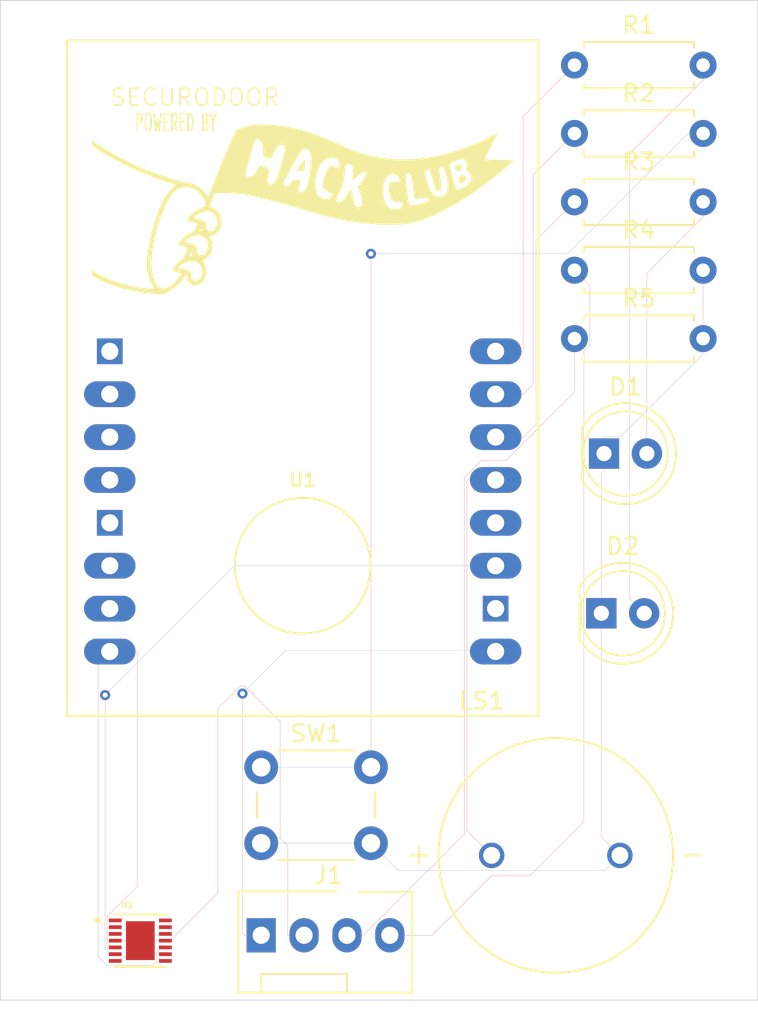
<source format=kicad_pcb>
(kicad_pcb (version 20241229) (generator "pcbnew") (generator_version "9.0")
  (layers (0 "F.Cu" signal) (2 "B.Cu" signal) (13 "F.Paste" user) (15 "B.Paste" user) (5 "F.SilkS" user "F.Silkscreen") (7 "B.SilkS" user "B.Silkscreen") (1 "F.Mask" user) (3 "B.Mask" user) (25 "Edge.Cuts" user))
  (net 0 "")
  (net 1 "GND")
  (net 2 "Net-(D1-A)")
  (net 3 "Net-(D2-A)")
  (net 4 "VCC")
  (net 5 "CC2")
  (net 6 "CC1")
  (net 7 "Net-(U1-GPIO15)")
  (net 8 "Net-(U1-GPIO4)")
  (net 9 "Net-(U1-GPIO2)")
  (net 10 "Net-(R2-Pad2)")
  (net 11 "Net-(U1-GPIO14)")
  (net 17 "Net-(U1-GPIO12)")
  (net 18 "Net-(U1-3V3)")
  (footprint "Resistor_THT:R_Axial_DIN0207_L6.3mm_D2.5mm_P7.62mm_Horizontal" (layer "F.Cu") (at 137.08 92.65)
    (property "Reference" "R4" (at 3.81 -2.37 0) (layer "F.SilkS"))
    (property "Value" "5.1k")
    (fp_line (start 0.54 -1.37) (end 7.08 -1.37) (stroke (width 0.12)) (layer "F.SilkS"))
    (fp_line (start 0.54 -1.04) (end 0.54 -1.37) (stroke (width 0.12)) (layer "F.SilkS"))
    (fp_line (start 0.54 1.04) (end 0.54 1.37) (stroke (width 0.12)) (layer "F.SilkS"))
    (fp_line (start 0.54 1.37) (end 7.08 1.37) (stroke (width 0.12)) (layer "F.SilkS"))
    (fp_line (start 7.08 -1.37) (end 7.08 -1.04) (stroke (width 0.12)) (layer "F.SilkS"))
    (fp_line (start 7.08 1.37) (end 7.08 1.04) (stroke (width 0.12)) (layer "F.SilkS"))
    (pad "1" thru_hole circle (at 0 0) (size 1.6 1.6) (drill 0.8) (layers "*.Cu" "*.Mask") (net 5 "CC2"))
    (pad "2" thru_hole oval (at 7.62 0) (size 1.6 1.6) (drill 0.8) (layers "*.Cu" "*.Mask") (net 1 "GND"))
  )
  (footprint "Connector:FanPinHeader_1x04_P2.54mm_Vertical" (layer "F.Cu") (at 118.52 132.04)
    (property "Reference" "J1" (at 4 -3.55 0) (layer "F.SilkS"))
    (property "Value" "USB-C Breakout Board")
    (fp_line (start -1.35 -2.6) (end 4.4 -2.6) (stroke (width 0.12)) (layer "F.SilkS"))
    (fp_line (start -1.35 3.4) (end -1.35 -2.6) (stroke (width 0.12)) (layer "F.SilkS"))
    (fp_line (start 0 2.29) (end 5.08 2.29) (stroke (width 0.12)) (layer "F.SilkS"))
    (fp_line (start 0 3.3) (end 0 2.29) (stroke (width 0.12)) (layer "F.SilkS"))
    (fp_line (start 5.08 2.29) (end 5.08 3.3) (stroke (width 0.12)) (layer "F.SilkS"))
    (fp_line (start 5.75 -2.55) (end 8.95 -2.55) (stroke (width 0.12)) (layer "F.SilkS"))
    (fp_line (start 8.95 -2.55) (end 8.95 3.4) (stroke (width 0.12)) (layer "F.SilkS"))
    (fp_line (start 8.95 3.4) (end -1.35 3.4) (stroke (width 0.12)) (layer "F.SilkS"))
    (pad "" np_thru_hole circle (at 5.08 -2.16 90) (size 1.1 1.1) (drill 1.1) (layers "*.Cu" "*.Mask"))
    (pad "1" thru_hole rect (at 0 0 90) (size 2.03 1.73) (drill 1.02) (layers "*.Cu" "*.Mask") (net 4 "VCC"))
    (pad "2" thru_hole oval (at 2.54 0 90) (size 2.03 1.73) (drill 1.02) (layers "*.Cu" "*.Mask") (net 1 "GND"))
    (pad "3" thru_hole oval (at 5.08 0 90) (size 2.03 1.73) (drill 1.02) (layers "*.Cu" "*.Mask") (net 6 "CC1"))
    (pad "4" thru_hole oval (at 7.62 0 90) (size 2.03 1.73) (drill 1.02) (layers "*.Cu" "*.Mask") (net 5 "CC2"))
  )
  (footprint "MAX9814ETD_T:SON40P300X300X80-15N" (layer "F.Cu") (at 111.3575 132.36)
    (property "Reference" "U2" (at -0.784 -2.1032 0) (layer "F.SilkS") (effects (font (size 0.32 0.32))))
    (property "Value" "MAX9814")
    (fp_line (start -1.55 -1.55) (end 1.55 -1.55) (stroke (width 0.127)) (layer "F.SilkS"))
    (fp_line (start -1.55 1.55) (end 1.55 1.55) (stroke (width 0.127)) (layer "F.SilkS"))
    (fp_circle (center -2.5 -1.2) (end -2.4 -1.2) (stroke (width 0.2)) (fill no) (layer "F.SilkS"))
    (pad "1" smd roundrect (at -1.485 -1.2) (size 0.76 0.22) (layers "F.Cu" "F.Mask" "F.Paste") (roundrect_rratio 0.125))
    (pad "2" smd roundrect (at -1.485 -0.8) (size 0.76 0.22) (layers "F.Cu" "F.Mask" "F.Paste") (roundrect_rratio 0.125))
    (pad "3" smd roundrect (at -1.485 -0.4) (size 0.76 0.22) (layers "F.Cu" "F.Mask" "F.Paste") (roundrect_rratio 0.125))
    (pad "4" smd roundrect (at -1.485 0) (size 0.76 0.22) (layers "F.Cu" "F.Mask" "F.Paste") (roundrect_rratio 0.125) (net 1 "GND"))
    (pad "5" smd roundrect (at -1.485 0.4) (size 0.76 0.22) (layers "F.Cu" "F.Mask" "F.Paste") (roundrect_rratio 0.125) (net 18 "Net-(U1-3V3)"))
    (pad "6" smd roundrect (at -1.485 0.8) (size 0.76 0.22) (layers "F.Cu" "F.Mask" "F.Paste") (roundrect_rratio 0.125) (net 17 "Net-(U1-GPIO12)"))
    (pad "7" smd roundrect (at -1.485 1.2) (size 0.76 0.22) (layers "F.Cu" "F.Mask" "F.Paste") (roundrect_rratio 0.125) (net 1 "GND"))
    (pad "8" smd roundrect (at 1.485 1.2) (size 0.76 0.22) (layers "F.Cu" "F.Mask" "F.Paste") (roundrect_rratio 0.125))
    (pad "9" smd roundrect (at 1.485 0.8) (size 0.76 0.22) (layers "F.Cu" "F.Mask" "F.Paste") (roundrect_rratio 0.125))
    (pad "10" smd roundrect (at 1.485 0.4) (size 0.76 0.22) (layers "F.Cu" "F.Mask" "F.Paste") (roundrect_rratio 0.125) (net 18 "Net-(U1-3V3)"))
    (pad "11" smd roundrect (at 1.485 0) (size 0.76 0.22) (layers "F.Cu" "F.Mask" "F.Paste") (roundrect_rratio 0.125) (net 1 "GND"))
    (pad "12" smd roundrect (at 1.485 -0.4) (size 0.76 0.22) (layers "F.Cu" "F.Mask" "F.Paste") (roundrect_rratio 0.125))
    (pad "13" smd roundrect (at 1.485 -0.8) (size 0.76 0.22) (layers "F.Cu" "F.Mask" "F.Paste") (roundrect_rratio 0.125))
    (pad "14" smd roundrect (at 1.485 -1.2) (size 0.76 0.22) (layers "F.Cu" "F.Mask" "F.Paste") (roundrect_rratio 0.125))
    (pad "15" smd rect (at 0 0) (size 1.7 2.3) (layers "F.Cu" "F.Mask") (net 1 "GND"))
  )
  (footprint "Resistor_THT:R_Axial_DIN0207_L6.3mm_D2.5mm_P7.62mm_Horizontal" (layer "F.Cu") (at 137.08 80.5)
    (property "Reference" "R1" (at 3.81 -2.37 0) (layer "F.SilkS"))
    (property "Value" "1k")
    (fp_line (start 0.54 -1.37) (end 7.08 -1.37) (stroke (width 0.12)) (layer "F.SilkS"))
    (fp_line (start 0.54 -1.04) (end 0.54 -1.37) (stroke (width 0.12)) (layer "F.SilkS"))
    (fp_line (start 0.54 1.04) (end 0.54 1.37) (stroke (width 0.12)) (layer "F.SilkS"))
    (fp_line (start 0.54 1.37) (end 7.08 1.37) (stroke (width 0.12)) (layer "F.SilkS"))
    (fp_line (start 7.08 -1.37) (end 7.08 -1.04) (stroke (width 0.12)) (layer "F.SilkS"))
    (fp_line (start 7.08 1.37) (end 7.08 1.04) (stroke (width 0.12)) (layer "F.SilkS"))
    (pad "1" thru_hole circle (at 0 0) (size 1.6 1.6) (drill 0.8) (layers "*.Cu" "*.Mask") (net 8 "Net-(U1-GPIO4)"))
    (pad "2" thru_hole oval (at 7.62 0) (size 1.6 1.6) (drill 0.8) (layers "*.Cu" "*.Mask") (net 3 "Net-(D2-A)"))
  )
  (footprint "LED_THT:LED_D5.0mm" (layer "F.Cu") (at 138.67 112.97)
    (property "Reference" "D2" (at 1.27 -3.96 0) (layer "F.SilkS"))
    (property "Value" "Blue")
    (fp_line (start -1.29 -1.545) (end -1.29 1.545) (stroke (width 0.12)) (layer "F.SilkS"))
    (fp_arc (start -1.29 -1.54483) (mid 2.071756 -2.880501) (end 4.26 -0.000048) (stroke (width 0.12)) (layer "F.SilkS"))
    (fp_arc (start 4.26 0.000048) (mid 2.071756 2.880501) (end -1.29 1.54483) (stroke (width 0.12)) (layer "F.SilkS"))
    (fp_circle (center 1.27 0) (end 3.77 0) (stroke (width 0.12)) (fill no) (layer "F.SilkS"))
    (pad "1" thru_hole rect (at 0 0) (size 1.8 1.8) (drill 0.9) (layers "*.Cu" "*.Mask") (net 1 "GND"))
    (pad "2" thru_hole circle (at 2.54 0) (size 1.8 1.8) (drill 0.9) (layers "*.Cu" "*.Mask") (net 3 "Net-(D2-A)"))
  )
  (footprint "Resistor_THT:R_Axial_DIN0207_L6.3mm_D2.5mm_P7.62mm_Horizontal" (layer "F.Cu") (at 137.08 84.55)
    (property "Reference" "R2" (at 3.81 -2.37 0) (layer "F.SilkS"))
    (property "Value" "10k")
    (fp_line (start 0.54 -1.37) (end 7.08 -1.37) (stroke (width 0.12)) (layer "F.SilkS"))
    (fp_line (start 0.54 -1.04) (end 0.54 -1.37) (stroke (width 0.12)) (layer "F.SilkS"))
    (fp_line (start 0.54 1.04) (end 0.54 1.37) (stroke (width 0.12)) (layer "F.SilkS"))
    (fp_line (start 0.54 1.37) (end 7.08 1.37) (stroke (width 0.12)) (layer "F.SilkS"))
    (fp_line (start 7.08 -1.37) (end 7.08 -1.04) (stroke (width 0.12)) (layer "F.SilkS"))
    (fp_line (start 7.08 1.37) (end 7.08 1.04) (stroke (width 0.12)) (layer "F.SilkS"))
    (pad "1" thru_hole circle (at 0 0) (size 1.6 1.6) (drill 0.8) (layers "*.Cu" "*.Mask") (net 9 "Net-(U1-GPIO2)"))
    (pad "2" thru_hole oval (at 7.62 0) (size 1.6 1.6) (drill 0.8) (layers "*.Cu" "*.Mask") (net 10 "Net-(R2-Pad2)"))
  )
  (footprint "Resistor_THT:R_Axial_DIN0207_L6.3mm_D2.5mm_P7.62mm_Horizontal" (layer "F.Cu") (at 137.08 96.7)
    (property "Reference" "R5" (at 3.81 -2.37 0) (layer "F.SilkS"))
    (property "Value" "5.1k")
    (fp_line (start 0.54 -1.37) (end 7.08 -1.37) (stroke (width 0.12)) (layer "F.SilkS"))
    (fp_line (start 0.54 -1.04) (end 0.54 -1.37) (stroke (width 0.12)) (layer "F.SilkS"))
    (fp_line (start 0.54 1.04) (end 0.54 1.37) (stroke (width 0.12)) (layer "F.SilkS"))
    (fp_line (start 0.54 1.37) (end 7.08 1.37) (stroke (width 0.12)) (layer "F.SilkS"))
    (fp_line (start 7.08 -1.37) (end 7.08 -1.04) (stroke (width 0.12)) (layer "F.SilkS"))
    (fp_line (start 7.08 1.37) (end 7.08 1.04) (stroke (width 0.12)) (layer "F.SilkS"))
    (pad "1" thru_hole circle (at 0 0) (size 1.6 1.6) (drill 0.8) (layers "*.Cu" "*.Mask") (net 6 "CC1"))
    (pad "2" thru_hole oval (at 7.62 0) (size 1.6 1.6) (drill 0.8) (layers "*.Cu" "*.Mask") (net 1 "GND"))
  )
  (footprint "Button_Switch_THT:SW_PUSH_6mm_H13mm" (layer "F.Cu") (at 118.52 122.09)
    (property "Reference" "SW1" (at 3.25 -2 0) (layer "F.SilkS"))
    (property "Value" "SW_Push")
    (fp_line (start -0.25 1.5) (end -0.25 3) (stroke (width 0.12)) (layer "F.SilkS"))
    (fp_line (start 1 5.5) (end 5.5 5.5) (stroke (width 0.12)) (layer "F.SilkS"))
    (fp_line (start 5.5 -1) (end 1 -1) (stroke (width 0.12)) (layer "F.SilkS"))
    (fp_line (start 6.75 3) (end 6.75 1.5) (stroke (width 0.12)) (layer "F.SilkS"))
    (pad "1" thru_hole circle (at 0 0 90) (size 2 2) (drill 1.1) (layers "*.Cu" "*.Mask") (net 10 "Net-(R2-Pad2)"))
    (pad "1" thru_hole circle (at 6.5 0 90) (size 2 2) (drill 1.1) (layers "*.Cu" "*.Mask") (net 10 "Net-(R2-Pad2)"))
    (pad "2" thru_hole circle (at 0 4.5 90) (size 2 2) (drill 1.1) (layers "*.Cu" "*.Mask") (net 1 "GND"))
    (pad "2" thru_hole circle (at 6.5 4.5 90) (size 2 2) (drill 1.1) (layers "*.Cu" "*.Mask") (net 1 "GND"))
  )
  (footprint "ESP32-CAM:ESP32-CAM" (layer "F.Cu") (at 120.9785 105.0735)
    (property "Reference" "U1" (at 0 0 0) (layer "F.SilkS") (effects (font (size 0.787402 0.787402))))
    (property "Value" "ESP32-CAM")
    (fp_line (start -13.97 -26.035) (end -13.97 13.97) (stroke (width 0.127)) (layer "F.SilkS"))
    (fp_line (start -13.97 13.97) (end 13.97 13.97) (stroke (width 0.127)) (layer "F.SilkS"))
    (fp_line (start 13.97 -26.035) (end -13.97 -26.035) (stroke (width 0.127)) (layer "F.SilkS"))
    (fp_line (start 13.97 13.97) (end 13.97 -26.035) (stroke (width 0.127)) (layer "F.SilkS"))
    (fp_circle (center 0 5.08) (end 4.01609 5.08) (stroke (width 0.127)) (fill no) (layer "F.SilkS"))
    (pad "P$1" thru_hole rect (at -11.43 -7.62) (size 1.524 1.524) (drill 1.016) (layers "*.Cu" "*.Mask"))
    (pad "P$2" thru_hole oval (at -11.43 -5.08) (size 3.048 1.524) (drill 1.016) (layers "*.Cu" "*.Mask"))
    (pad "P$3" thru_hole oval (at -11.43 -2.54) (size 3.048 1.524) (drill 1.016) (layers "*.Cu" "*.Mask"))
    (pad "P$4" thru_hole oval (at -11.43 0) (size 3.048 1.524) (drill 1.016) (layers "*.Cu" "*.Mask"))
    (pad "P$5" thru_hole rect (at -11.43 2.54) (size 1.524 1.524) (drill 1.016) (layers "*.Cu" "*.Mask"))
    (pad "P$6" thru_hole oval (at -11.43 5.08) (size 3.048 1.524) (drill 1.016) (layers "*.Cu" "*.Mask"))
    (pad "P$7" thru_hole oval (at -11.43 7.62) (size 3.048 1.524) (drill 1.016) (layers "*.Cu" "*.Mask"))
    (pad "P$8" thru_hole oval (at -11.43 10.16) (size 3.048 1.524) (drill 1.016) (layers "*.Cu" "*.Mask") (net 18 "Net-(U1-3V3)"))
    (pad "P$9" thru_hole oval (at 11.43 10.16) (size 3.048 1.524) (drill 1.016) (layers "*.Cu" "*.Mask") (net 4 "VCC"))
    (pad "P$10" thru_hole rect (at 11.43 7.62) (size 1.524 1.524) (drill 1.016) (layers "*.Cu" "*.Mask"))
    (pad "P$11" thru_hole oval (at 11.43 5.08) (size 3.048 1.524) (drill 1.016) (layers "*.Cu" "*.Mask") (net 17 "Net-(U1-GPIO12)"))
    (pad "P$12" thru_hole oval (at 11.43 2.54) (size 3.048 1.524) (drill 1.016) (layers "*.Cu" "*.Mask"))
    (pad "P$13" thru_hole oval (at 11.43 0) (size 3.048 1.524) (drill 1.016) (layers "*.Cu" "*.Mask") (net 7 "Net-(U1-GPIO15)"))
    (pad "P$14" thru_hole oval (at 11.43 -2.54) (size 3.048 1.524) (drill 1.016) (layers "*.Cu" "*.Mask") (net 11 "Net-(U1-GPIO14)"))
    (pad "P$15" thru_hole oval (at 11.43 -5.08) (size 3.048 1.524) (drill 1.016) (layers "*.Cu" "*.Mask") (net 9 "Net-(U1-GPIO2)"))
    (pad "P$16" thru_hole oval (at 11.43 -7.62) (size 3.048 1.524) (drill 1.016) (layers "*.Cu" "*.Mask") (net 8 "Net-(U1-GPIO4)"))
  )
  (footprint "LED_THT:LED_D5.0mm" (layer "F.Cu") (at 138.83 103.51)
    (property "Reference" "D1" (at 1.27 -3.96 0) (layer "F.SilkS"))
    (property "Value" "Red")
    (fp_line (start -1.29 -1.545) (end -1.29 1.545) (stroke (width 0.12)) (layer "F.SilkS"))
    (fp_arc (start -1.29 -1.54483) (mid 2.071756 -2.880501) (end 4.26 -0.000048) (stroke (width 0.12)) (layer "F.SilkS"))
    (fp_arc (start 4.26 0.000048) (mid 2.071756 2.880501) (end -1.29 1.54483) (stroke (width 0.12)) (layer "F.SilkS"))
    (fp_circle (center 1.27 0) (end 3.77 0) (stroke (width 0.12)) (fill no) (layer "F.SilkS"))
    (pad "1" thru_hole rect (at 0 0) (size 1.8 1.8) (drill 0.9) (layers "*.Cu" "*.Mask") (net 1 "GND"))
    (pad "2" thru_hole circle (at 2.54 0) (size 1.8 1.8) (drill 0.9) (layers "*.Cu" "*.Mask") (net 2 "Net-(D1-A)"))
  )
  (footprint "Resistor_THT:R_Axial_DIN0207_L6.3mm_D2.5mm_P7.62mm_Horizontal" (layer "F.Cu") (at 137.08 88.6)
    (property "Reference" "R3" (at 3.81 -2.37 0) (layer "F.SilkS"))
    (property "Value" "1k")
    (fp_line (start 0.54 -1.37) (end 7.08 -1.37) (stroke (width 0.12)) (layer "F.SilkS"))
    (fp_line (start 0.54 -1.04) (end 0.54 -1.37) (stroke (width 0.12)) (layer "F.SilkS"))
    (fp_line (start 0.54 1.04) (end 0.54 1.37) (stroke (width 0.12)) (layer "F.SilkS"))
    (fp_line (start 0.54 1.37) (end 7.08 1.37) (stroke (width 0.12)) (layer "F.SilkS"))
    (fp_line (start 7.08 -1.37) (end 7.08 -1.04) (stroke (width 0.12)) (layer "F.SilkS"))
    (fp_line (start 7.08 1.37) (end 7.08 1.04) (stroke (width 0.12)) (layer "F.SilkS"))
    (pad "1" thru_hole circle (at 0 0) (size 1.6 1.6) (drill 0.8) (layers "*.Cu" "*.Mask") (net 11 "Net-(U1-GPIO14)"))
    (pad "2" thru_hole oval (at 7.62 0) (size 1.6 1.6) (drill 0.8) (layers "*.Cu" "*.Mask") (net 2 "Net-(D1-A)"))
  )
  (footprint "logo:hc" (layer "F.Cu") (at 121 89)
    (property "Reference" "G***" (hide yes))
    (property "Value" "LOGO" (hide yes))
    (fp_poly (pts (xy 9.393145 -2.584932) (xy 9.431762 -2.513022) (xy 9.435563 -2.459914) (xy 9.400171 -2.367978) (xy 9.314906 -2.268865) (xy 9.21113 -2.192804) (xy 9.133594 -2.168839) (xy 9.092662 -2.206534) (xy 9.040735 -2.301001) (xy 9.02282 -2.343384) (xy 8.954256 -2.517928) (xy 9.146658 -2.571798) (xy 9.302398 -2.602863)) (fill yes) (layer "F.SilkS"))
    (fp_poly (pts (xy 0.096002 -2.895653) (xy 0.111917 -2.834045) (xy 0.116054 -2.709623) (xy 0.107666 -2.548327) (xy 0.10642 -2.534483) (xy 0.088207 -2.361576) (xy 0.060515 -2.26243) (xy 0.003862 -2.221928) (xy -0.101231 -2.224954) (xy -0.256363 -2.252983) (xy -0.400929 -2.280634) (xy -0.172586 -2.608266) (xy -0.059179 -2.760749) (xy 0.030455 -2.861021) (xy 0.086581 -2.898663)) (fill yes) (layer "F.SilkS"))
    (fp_poly (pts (xy 9.659576 -1.924935) (xy 9.696819 -1.840616) (xy 9.680958 -1.736965) (xy 9.61389 -1.63) (xy 9.497511 -1.535742) (xy 9.359641 -1.477118) (xy 9.294361 -1.470602) (xy 9.252351 -1.511816) (xy 9.215259 -1.620135) (xy 9.211664 -1.63336) (xy 9.18749 -1.790599) (xy 9.224632 -1.891042) (xy 9.333177 -1.951203) (xy 9.418187 -1.971492) (xy 9.567331 -1.9739)) (fill yes) (layer "F.SilkS"))
    (fp_poly (pts (xy -1.989596 -4.970768) (xy -1.598698 -4.943033) (xy -1.217327 -4.899717) (xy -0.869618 -4.842102) (xy -0.827289 -4.833449) (xy -0.342031 -4.721893) (xy 0.130223 -4.591875) (xy 0.607212 -4.437236) (xy 1.106679 -4.251816) (xy 1.646365 -4.029458) (xy 2.213556 -3.777905) (xy 2.768744 -3.536365) (xy 3.274277 -3.343168) (xy 3.751642 -3.192461) (xy 4.222328 -3.078389) (xy 4.707824 -2.995098) (xy 5.229618 -2.936734) (xy 5.332658 -2.928136) (xy 6.112288 -2.905847) (xy 6.925516 -2.958109) (xy 7.760279 -3.082572) (xy 8.604513 -3.276885) (xy 9.446155 -3.538697) (xy 10.273141 -3.865659) (xy 10.373516 -3.910376) (xy 10.604466 -4.01805) (xy 10.844295 -4.135609) (xy 11.058605 -4.245939) (xy 11.167336 -4.305335) (xy 11.317053 -4.385624) (xy 11.435848 -4.440833) (xy 11.503887 -4.462041) (xy 11.511648 -4.460242) (xy 11.500127 -4.414417) (xy 11.452574 -4.302541) (xy 11.375031 -4.137487) (xy 11.27354 -3.932124) (xy 11.15721 -3.705208) (xy 11.03639 -3.470981) (xy 10.931415 -3.262921) (xy 10.848845 -3.094401) (xy 10.795238 -2.978797) (xy 10.777112 -2.930083) (xy 10.821227 -2.912372) (xy 10.951336 -2.898822) (xy 11.164086 -2.889613) (xy 11.456123 -2.884925) (xy 11.630486 -2.884332) (xy 11.94547 -2.882116) (xy 12.191652 -2.875666) (xy 12.363371 -2.865276) (xy 12.454969 -2.851244) (xy 12.468955 -2.840554) (xy 12.428278 -2.792168) (xy 12.328686 -2.697437) (xy 12.181254 -2.565693) (xy 11.997061 -2.406266) (xy 11.787183 -2.228488) (xy 11.562697 -2.041691) (xy 11.33468 -1.855206) (xy 11.11421 -1.678364) (xy 10.912363 -1.520497) (xy 10.805925 -1.439608) (xy 10.016183 -0.874055) (xy 9.25482 -0.381784) (xy 8.524098 0.036044) (xy 7.826278 0.37827) (xy 7.163622 0.643734) (xy 6.53839 0.831275) (xy 6.261613 0.891506) (xy 6.020909 0.924312) (xy 5.711797 0.946816) (xy 5.354735 0.958788) (xy 4.970183 0.959995) (xy 4.578599 0.950205) (xy 4.200444 0.929185) (xy 4.047006 0.916631) (xy 3.540115 0.864221) (xy 3.053664 0.799813) (xy 2.572265 0.720154) (xy 2.080532 0.621993) (xy 1.563077 0.502076) (xy 1.004514 0.357151) (xy 0.389456 0.183965) (xy -0.089437 0.042223) (xy -0.774476 -0.161185) (xy -1.383754 -0.335963) (xy -1.904702 -0.478176) (xy 1.974242 -0.478176) (xy 1.996055 -0.418876) (xy 2.03147 -0.382772) (xy 2.124041 -0.358183) (xy 2.2408 -0.401618) (xy 2.367474 -0.500356) (xy 2.489789 -0.641679) (xy 2.593472 -0.812865) (xy 2.641414 -0.926353) (xy 2.70331 -1.050737) (xy 2.774271 -1.119443) (xy 2.838894 -1.120575) (xy 2.861523 -1.096324) (xy 2.881934 -1.034197) (xy 2.912931 -0.905854) (xy 2.949468 -0.733139) (xy 2.970808 -0.623368) (xy 3.012071 -0.432229) (xy 3.056653 -0.270533) (xy 3.097711 -0.161399) (xy 3.116209 -0.132257) (xy 3.224439 -0.0758) (xy 3.348839 -0.077842) (xy 3.443972 -0.134954) (xy 3.478303 -0.23387) (xy 3.481612 -0.393873) (xy 3.45653 -0.593186) (xy 3.405691 -0.810032) (xy 3.33871 -1.005616) (xy 3.299478 -1.102745) (xy 4.743475 -1.102745) (xy 4.753856 -0.827049) (xy 4.802361 -0.562453) (xy 4.889442 -0.327561) (xy 5.015551 -0.14098) (xy 5.029931 -0.12609) (xy 5.127354 -0.038947) (xy 5.218424 0.005414) (xy 5.340934 0.02099) (xy 5.430835 0.022358) (xy 5.590746 0.014995) (xy 5.696013 -0.014111) (xy 5.780721 -0.075482) (xy 5.796038 -0.09039) (xy 5.877991 -0.207636) (xy 5.894622 -0.302802) (xy 5.87871 -0.359071) (xy 5.836594 -0.386725) (xy 5.745578 -0.393013) (xy 5.628246 -0.387875) (xy 5.474349 -0.384686) (xy 5.377423 -0.402767) (xy 5.305991 -0.450123) (xy 5.279932 -0.47644) (xy 5.169053 -0.650009) (xy 5.099122 -0.871266) (xy 5.07316 -1.110764) (xy 5.094188 -1.339056) (xy 5.16523 -1.526696) (xy 5.171198 -1.536095) (xy 5.238243 -1.608513) (xy 5.32694 -1.621602) (xy 5.38135 -1.612952) (xy 5.546539 -1.583103) (xy 5.644155 -1.577692) (xy 5.693472 -1.599779) (xy 5.71376 -1.652422) (xy 5.715912 -1.666049) (xy 5.691963 -1.774451) (xy 5.658989 -1.820001) (xy 6.08712 -1.820001) (xy 6.097345 -1.657551) (xy 6.120058 -1.461312) (xy 6.151172 -1.215144) (xy 6.184209 -0.947076) (xy 6.213162 -0.705995) (xy 6.219321 -0.65341) (xy 6.241971 -0.477194) (xy 6.264233 -0.335263) (xy 6.282292 -0.251023) (xy 6.286745 -0.239765) (xy 6.355113 -0.20864) (xy 6.495638 -0.205923) (xy 6.695884 -0.230996) (xy 6.886619 -0.269695) (xy 7.152047 -0.338994) (xy 7.331708 -0.405488) (xy 7.429122 -0.471523) (xy 7.44781 -0.539449) (xy 7.394872 -0.608684) (xy 7.334166 -0.638193) (xy 7.239829 -0.64032) (xy 7.087074 -0.615316) (xy 7.070631 -0.611953) (xy 6.907623 -0.582432) (xy 6.762911 -0.563201) (xy 6.696614 -0.55898) (xy 6.645167 -0.563407) (xy 6.607076 -0.585197) (xy 6.579036 -0.637111) (xy 6.557746 -0.731909) (xy 6.539901 -0.882353) (xy 6.522198 -1.101203) (xy 6.509506 -1.28177) (xy 6.48031 -1.545249) (xy 6.434304 -1.768536) (xy 6.375962 -1.943281) (xy 6.309754 -2.061134) (xy 6.240155 -2.113742) (xy 6.171637 -2.092756) (xy 6.118258 -2.012296) (xy 6.094112 -1.931641) (xy 6.08712 -1.820001) (xy 5.658989 -1.820001) (xy 5.609504 -1.88836) (xy 5.494057 -1.982656) (xy 5.371141 -2.032223) (xy 5.341376 -2.034684) (xy 5.221408 -2.010974) (xy 5.08867 -1.953027) (xy 5.074138 -1.944388) (xy 4.936549 -1.81036) (xy 4.835273 -1.613006) (xy 4.770765 -1.370932) (xy 4.743475 -1.102745) (xy 3.299478 -1.102745) (xy 3.224204 -1.289105) (xy 3.450311 -1.559704) (xy 3.605559 -1.757128) (xy 3.699207 -1.906985) (xy 3.737023 -2.020531) (xy 3.727939 -2.101373) (xy 3.682821 -2.156678) (xy 3.605316 -2.157127) (xy 3.488197 -2.099496) (xy 3.324234 -1.98056) (xy 3.17018 -1.852634) (xy 2.91941 -1.637141) (xy 2.939887 -2.048324) (xy 2.944334 -2.159368) (xy 7.257461 -2.159368) (xy 7.262463 -2.00471) (xy 7.267509 -1.977781) (xy 7.311482 -1.789991) (xy 7.369016 -1.578806) (xy 7.43284 -1.367452) (xy 7.495684 -1.179153) (xy 7.550276 -1.037136) (xy 7.581456 -0.974928) (xy 7.712228 -0.836234) (xy 7.88055 -0.741627) (xy 8.062978 -0.696319) (xy 8.236064 -0.70552) (xy 8.376361 -0.774445) (xy 8.396468 -0.793751) (xy 8.503498 -0.953107) (xy 8.560148 -1.155784) (xy 8.567933 -1.412851) (xy 8.528367 -1.735376) (xy 8.526668 -1.74503) (xy 8.45964 -2.059299) (xy 8.385512 -2.28643) (xy 8.304597 -2.425918) (xy 8.217208 -2.477256) (xy 8.123657 -2.43994) (xy 8.106531 -2.424113) (xy 8.073863 -2.381828) (xy 8.060354 -2.325429) (xy 8.06633 -2.234187) (xy 8.09212 -2.087372) (xy 8.113508 -1.981994) (xy 8.150234 -1.756255) (xy 8.172543 -1.521092) (xy 8.175998 -1.323715) (xy 8.17578 -1.319191) (xy 8.166268 -1.163132) (xy 8.150805 -1.076186) (xy 8.119081 -1.038137) (xy 8.060785 -1.028768) (xy 8.027538 -1.028522) (xy 7.954062 -1.037209) (xy 7.894608 -1.071436) (xy 7.842838 -1.143454) (xy 7.792413 -1.265512) (xy 7.736994 -1.449862) (xy 7.670244 -1.708753) (xy 7.665352 -1.728494) (xy 7.603935 -1.965558) (xy 7.553151 -2.128163) (xy 7.50631 -2.229594) (xy 7.456723 -2.283135) (xy 7.397699 -2.302072) (xy 7.376058 -2.302994) (xy 7.297171 -2.264323) (xy 7.257461 -2.159368) (xy 2.944334 -2.159368) (xy 2.947812 -2.246201) (xy 2.945679 -2.376515) (xy 2.930315 -2.460873) (xy 2.898546 -2.520885) (xy 2.864708 -2.560124) (xy 2.794719 -2.609933) (xy 8.693947 -2.609933) (xy 8.695225 -2.551945) (xy 8.718681 -2.424022) (xy 8.760786 -2.241893) (xy 8.818012 -2.021284) (xy 8.85933 -1.872808) (xy 9.055457 -1.18543) (xy 9.201279 -1.185233) (xy 9.331273 -1.204626) (xy 9.487614 -1.253711) (xy 9.548125 -1.279528) (xy 9.734248 -1.393041) (xy 9.876664 -1.530923) (xy 9.958754 -1.674665) (xy 9.972182 -1.751867) (xy 9.945396 -1.901481) (xy 9.877323 -2.054693) (xy 9.786392 -2.176711) (xy 9.72242 -2.22343) (xy 9.651878 -2.27243) (xy 9.650767 -2.344793) (xy 9.662424 -2.378671) (xy 9.702181 -2.57085) (xy 9.675194 -2.74166) (xy 9.60909 -2.844959) (xy 9.53204 -2.903867) (xy 9.439676 -2.922655) (xy 9.310862 -2.911856) (xy 9.16097 -2.87457) (xy 8.993901 -2.80838) (xy 8.839171 -2.72773) (xy 8.726292 -2.647066) (xy 8.693947 -2.609933) (xy 2.794719 -2.609933) (xy 2.748612 -2.642746) (xy 2.639653 -2.651745) (xy 2.557174 -2.586082) (xy 2.551955 -2.576932) (xy 2.529015 -2.498558) (xy 2.503018 -2.354241) (xy 2.477734 -2.167213) (xy 2.463029 -2.029132) (xy 2.432175 -1.756112) (xy 2.392269 -1.53641) (xy 2.333777 -1.337269) (xy 2.24717 -1.125929) (xy 2.129429 -0.882552) (xy 2.037587 -0.692959) (xy 1.986972 -0.563852) (xy 1.974242 -0.478176) (xy -1.904702 -0.478176) (xy -1.925622 -0.483887) (xy -2.408432 -0.606728) (xy -2.840533 -0.706261) (xy -3.230275 -0.78426) (xy -3.58601 -0.842497) (xy -3.916088 -0.882746) (xy -4.22886 -0.906781) (xy -4.532675 -0.916375) (xy -4.604594 -0.916726) (xy -5.21805 -0.916726) (xy -5.359201 -0.55612) (xy -5.423045 -0.388894) (xy -5.471849 -0.253216) (xy -5.497967 -0.170672) (xy -5.500353 -0.157644) (xy -5.463548 -0.118204) (xy -5.369463 -0.058949) (xy -5.29617 -0.020931) (xy -5.077748 0.130249) (xy -4.928106 0.338116) (xy -4.848508 0.600698) (xy -4.838287 0.692438) (xy -4.836799 0.867398) (xy -4.853448 1.032506) (xy -4.871088 1.108236) (xy -4.956907 1.275414) (xy -5.089033 1.432043) (xy -5.241909 1.552946) (xy -5.382067 1.611591) (xy -5.53164 1.639651) (xy -5.446072 1.803628) (xy -5.380193 2.012422) (xy -5.368662 2.256291) (xy -5.408929 2.501305) (xy -5.498449 2.713532) (xy -5.516472 2.741171) (xy -5.625133 2.867209) (xy -5.749364 2.96916) (xy -5.792927 2.994033) (xy -5.943745 3.065601) (xy -5.830313 3.276814) (xy -5.743602 3.517571) (xy -5.724053 3.772414) (xy -5.766511 4.021764) (xy -5.865821 4.24604) (xy -6.01683 4.425662) (xy -6.156916 4.517418) (xy -6.361283 4.568794) (xy -6.565284 4.53289) (xy -6.759556 4.411407) (xy -6.764606 4.406932) (xy -6.862136 4.300281) (xy -6.901869 4.187706) (xy -6.906947 4.096301) (xy -6.908303 3.982543) (xy -6.911701 3.918218) (xy -6.9132 3.912851) (xy -6.939165 3.946299) (xy -6.997614 4.030885) (xy -7.030898 4.080545) (xy -7.27343 4.392844) (xy -7.556344 4.670044) (xy -7.853119 4.886384) (xy -7.872037 4.897597) (xy -8.019838 4.978163) (xy -8.152566 5.032143) (xy -8.291429 5.062514) (xy -8.457638 5.072254) (xy -8.672402 5.06434) (xy -8.921304 5.044883) (xy -9.516251 4.975054) (xy -10.103908 4.871944) (xy -10.670031 4.739653) (xy -11.200371 4.582277) (xy -11.680685 4.403917) (xy -12.096726 4.208669) (xy -12.351206 4.058133) (xy -12.459383 3.975775) (xy -12.508785 3.896068) (xy -12.521095 3.782607) (xy -12.521127 3.772828) (xy -12.521127 3.599972) (xy -12.302548 3.757006) (xy -12.00333 3.940639) (xy -11.631577 4.118287) (xy -11.204188 4.284666) (xy -10.73806 4.43449) (xy -10.250092 4.562475) (xy -9.757184 4.663336) (xy -9.276234 4.731788) (xy -9.144895 4.744523) (xy -8.968888 4.758795) (xy -8.867776 4.762212) (xy -8.827384 4.751999) (xy -8.833536 4.725384) (xy -8.863317 4.689434) (xy -8.965385 4.536527) (xy -9.064127 4.322078) (xy -9.148868 4.073681) (xy -9.208932 3.818928) (xy -9.215653 3.778696) (xy -9.247252 3.401085) (xy -9.243622 3.242077) (xy -8.986834 3.242077) (xy -8.965103 3.621799) (xy -8.902269 3.965293) (xy -8.802574 4.260518) (xy -8.670257 4.495432) (xy -8.50956 4.657993) (xy -8.481773 4.676315) (xy -8.318564 4.736697) (xy -8.14078 4.720155) (xy -7.935409 4.625409) (xy -7.929687 4.621954) (xy -7.827998 4.544293) (xy -7.692769 4.420416) (xy -7.545049 4.272116) (xy -7.405885 4.121182) (xy -7.296327 3.989408) (xy -7.243878 3.911937) (xy -7.223419 3.847411) (xy -7.266989 3.813544) (xy -7.321639 3.79991) (xy -7.51453 3.756603) (xy -7.635434 3.719272) (xy -7.700866 3.681007) (xy -7.727341 3.634896) (xy -7.72847 3.629653) (xy -7.708107 3.531569) (xy -7.673987 3.477113) (xy -7.352811 3.477113) (xy -7.339217 3.509069) (xy -7.27071 3.535057) (xy -7.133803 3.561803) (xy -7.033271 3.577906) (xy -6.881721 3.619539) (xy -6.747508 3.685057) (xy -6.72649 3.700094) (xy -6.648569 3.777316) (xy -6.62395 3.86488) (xy -6.631495 3.964787) (xy -6.637128 4.089173) (xy -6.601301 4.170276) (xy -6.539964 4.226755) (xy -6.402061 4.289462) (xy -6.25916 4.26331) (xy -6.17538 4.209227) (xy -6.093427 4.101116) (xy -6.028979 3.939218) (xy -5.994848 3.759061) (xy -5.992421 3.701876) (xy -6.033427 3.486519) (xy -6.145298 3.305591) (xy -6.311988 3.175242) (xy -6.517451 3.11162) (xy -6.582551 3.107957) (xy -6.706188 3.129105) (xy -6.870888 3.183727) (xy -7.046523 3.258653) (xy -7.202966 3.340714) (xy -7.310088 3.416741) (xy -7.324978 3.432467) (xy -7.352811 3.477113) (xy -7.673987 3.477113) (xy -7.626816 3.401827) (xy -7.498472 3.257794) (xy -7.33695 3.116838) (xy -7.292112 3.083468) (xy -7.164466 2.978823) (xy -7.072641 2.863733) (xy -7.031269 2.781684) (xy -6.689899 2.781684) (xy -6.681154 2.835923) (xy -6.670827 2.839612) (xy -6.619774 2.803801) (xy -6.600736 2.768877) (xy -6.578583 2.665157) (xy -6.574952 2.601183) (xy -6.582477 2.539244) (xy -6.607613 2.559962) (xy -6.614261 2.571302) (xy -6.665648 2.68421) (xy -6.689899 2.781684) (xy -7.031269 2.781684) (xy -6.992982 2.705755) (xy -6.962366 2.631228) (xy -6.899038 2.455611) (xy -6.895909 2.437147) (xy -6.573592 2.437147) (xy -6.557231 2.473955) (xy -6.54378 2.466959) (xy -6.538428 2.413889) (xy -6.54378 2.407335) (xy -6.570365 2.413473) (xy -6.573592 2.437147) (xy -6.895909 2.437147) (xy -6.880303 2.34504) (xy -6.909593 2.285156) (xy -6.990344 2.261601) (xy -7.051403 2.258959) (xy -7.208665 2.235542) (xy -7.32471 2.175849) (xy -7.377438 2.092135) (xy -7.378522 2.077591) (xy -7.342926 1.980865) (xy -7.324585 1.956691) (xy -6.995064 1.956691) (xy -6.981471 1.988646) (xy -6.912964 2.014634) (xy -6.776056 2.04138) (xy -6.675525 2.057483) (xy -6.523974 2.099117) (xy -6.389762 2.164634) (xy -6.368744 2.179671) (xy -6.290823 2.256893) (xy -6.266204 2.344458) (xy -6.273748 2.444364) (xy -6.279382 2.568751) (xy -6.243554 2.649854) (xy -6.182217 2.706332) (xy -6.044315 2.769039) (xy -5.901413 2.742887) (xy -5.817634 2.688804) (xy -5.73568 2.580693) (xy -5.671232 2.418796) (xy -5.637102 2.238639) (xy -5.634675 2.181453) (xy -5.675681 1.966096) (xy -5.787552 1.785169) (xy -5.954241 1.65482) (xy -6.159704 1.591198) (xy -6.224805 1.587535) (xy -6.348441 1.608683) (xy -6.513141 1.663304) (xy -6.688777 1.73823) (xy -6.84522 1.820291) (xy -6.952341 1.896319) (xy -6.967232 1.912044) (xy -6.995064 1.956691) (xy -7.324585 1.956691) (xy -7.248506 1.856417) (xy -7.113813 1.72138) (xy -6.9574 1.592887) (xy -6.797818 1.48807) (xy -6.680273 1.432754) (xy -6.540428 1.37474) (xy -6.454437 1.30778) (xy -6.451383 1.302734) (xy -6.092499 1.302734) (xy -6.069446 1.326757) (xy -6.007243 1.343727) (xy -5.997164 1.291053) (xy -6.011495 1.244114) (xy -6.04215 1.192115) (xy -6.077174 1.222585) (xy -6.081736 1.229826) (xy -6.092499 1.302734) (xy -6.451383 1.302734) (xy -6.389901 1.201144) (xy -6.356556 1.125719) (xy -6.306539 0.999418) (xy -6.278088 0.911685) (xy -6.275645 0.886737) (xy -6.323794 0.871227) (xy -6.432384 0.846486) (xy -6.524564 0.828105) (xy -6.690164 0.793395) (xy -6.785823 0.760807) (xy -6.830166 0.720008) (xy -6.841816 0.660669) (xy -6.841902 0.652072) (xy -6.804485 0.545512) (xy -6.789242 0.525705) (xy -6.458444 0.525705) (xy -6.444851 0.55766) (xy -6.376344 0.583649) (xy -6.239437 0.610395) (xy -6.138905 0.626497) (xy -5.987355 0.668131) (xy -5.853142 0.733648) (xy -5.832124 0.748685) (xy -5.754203 0.825908) (xy -5.729584 0.913472) (xy -5.737128 1.013379) (xy -5.742762 1.137765) (xy -5.706934 1.218868) (xy -5.645598 1.275346) (xy -5.507695 1.338053) (xy -5.364793 1.311901) (xy -5.281014 1.257819) (xy -5.19906 1.149707) (xy -5.134612 0.98781) (xy -5.100482 0.807653) (xy -5.098055 0.750467) (xy -5.139061 0.53511) (xy -5.250932 0.354183) (xy -5.417622 0.223834) (xy -5.623084 0.160212) (xy -5.688185 0.156549) (xy -5.811821 0.177697) (xy -5.976522 0.232318) (xy -6.152157 0.307244) (xy -6.3086 0.389305) (xy -6.415722 0.465333) (xy -6.430612 0.481058) (xy -6.458444 0.525705) (xy -6.789242 0.525705) (xy -6.70465 0.415789) (xy -6.56102 0.277569) (xy -6.392218 0.14552) (xy -6.216867 0.03431) (xy -6.05359 -0.041394) (xy -5.928798 -0.067078) (xy -5.865991 -0.106412) (xy -5.827805 -0.206192) (xy -5.821712 -0.339091) (xy -5.834058 -0.413645) (xy -5.90543 -0.589645) (xy -6.025652 -0.781361) (xy -6.169846 -0.953882) (xy -6.295577 -1.061287) (xy -6.588352 -1.208754) (xy -6.88057 -1.268549) (xy -7.164271 -1.242128) (xy -7.431497 -1.13095) (xy -7.674285 -0.936472) (xy -7.801084 -0.785653) (xy -7.996768 -0.476193) (xy -8.187843 -0.093857) (xy -8.369433 0.344799) (xy -8.536665 0.823213) (xy -8.684662 1.324829) (xy -8.808551 1.833086) (xy -8.903456 2.331426) (xy -8.964502 2.80329) (xy -8.986815 3.232119) (xy -8.986834 3.242077) (xy -9.243622 3.242077) (xy -9.237197 2.960635) (xy -9.188164 2.472187) (xy -9.10283 1.950579) (xy -8.983872 1.410649) (xy -8.833968 0.867235) (xy -8.655794 0.335178) (xy -8.540863 0.03839) (xy -8.385706 -0.317388) (xy -8.235539 -0.606064) (xy -8.077843 -0.84824) (xy -7.9001 -1.064519) (xy -7.818367 -1.150651) (xy -7.704895 -1.271325) (xy -7.62553 -1.366197) (xy -7.593205 -1.419399) (xy -7.594776 -1.42496) (xy -7.647269 -1.444185) (xy -7.766575 -1.483265) (xy -7.933904 -1.536154) (xy -8.094015 -1.585658) (xy -8.689686 -1.785554) (xy -9.323459 -2.029577) (xy -9.970621 -2.306571) (xy -10.606455 -2.605382) (xy -11.206246 -2.914855) (xy -11.74528 -3.223832) (xy -11.805635 -3.260921) (xy -12.059482 -3.419769) (xy -12.246103 -3.541916) (xy -12.375259 -3.636184) (xy -12.456709 -3.711392) (xy -12.500213 -3.776362) (xy -12.515531 -3.839912) (xy -12.513548 -3.900687) (xy -12.498768 -4.043242) (xy -11.926462 -3.668942) (xy -11.535776 -3.426832) (xy -11.086852 -3.171092) (xy -10.606506 -2.915735) (xy -10.121557 -2.674773) (xy -9.658823 -2.462218) (xy -9.435564 -2.367437) (xy -9.028431 -2.206716) (xy -8.607403 -2.052008) (xy -8.18822 -1.908305) (xy -7.786621 -1.780595) (xy -7.418347 -1.67387) (xy -7.099138 -1.593119) (xy -6.844734 -1.543332) (xy -6.828693 -1.540983) (xy -6.46378 -1.451095) (xy -6.154973 -1.292178) (xy -5.899426 -1.062461) (xy -5.762534 -0.877502) (xy -5.688913 -0.76487) (xy -5.646573 -0.719529) (xy -5.619527 -0.732845) (xy -5.595308 -0.787186) (xy -5.431057 -1.203517) (xy -5.260513 -1.630222) (xy -5.11858 -1.981304) (xy -3.392283 -1.981304) (xy -3.349229 -1.897987) (xy -3.262314 -1.860246) (xy -3.200942 -1.855811) (xy -3.043967 -1.900439) (xy -2.892541 -2.034307) (xy -2.746695 -2.257389) (xy -2.734467 -2.280634) (xy -2.654636 -2.432382) (xy -2.594833 -2.517084) (xy -2.531155 -2.545601) (xy -2.4397 -2.52879) (xy -2.299066 -2.47843) (xy -2.155836 -2.42333) (xy -2.047725 -2.377073) (xy -2.002731 -2.352719) (xy -1.995538 -2.29746) (xy -2.008926 -2.182521) (xy -2.034677 -2.056393) (xy -2.086478 -1.789318) (xy -2.095833 -1.598232) (xy -2.062804 -1.480436) (xy -2.048099 -1.462289) (xy -1.984433 -1.417056) (xy -1.911591 -1.420869) (xy -1.800017 -1.476211) (xy -1.792287 -1.480744) (xy -1.148351 -1.480744) (xy -1.133192 -1.382929) (xy -1.056628 -1.333801) (xy -1.024017 -1.328044) (xy -0.925703 -1.341104) (xy -0.824389 -1.413922) (xy -0.766887 -1.474935) (xy -0.683736 -1.57802) (xy -0.633174 -1.656869) (xy -0.626057 -1.678493) (xy -0.587084 -1.704818) (xy -0.491317 -1.718191) (xy -0.370482 -1.718421) (xy -0.256308 -1.705316) (xy -0.184177 -1.681161) (xy -0.151319 -1.644219) (xy -0.151022 -1.578867) (xy -0.184366 -1.460633) (xy -0.195357 -1.427929) (xy -0.252393 -1.222292) (xy -0.266228 -1.07219) (xy -0.238498 -0.991257) (xy -0.150637 -0.960139) (xy -0.032014 -0.985807) (xy 0.086149 -1.060572) (xy 0.101296 -1.074937) (xy 0.185101 -1.203613) (xy 0.261064 -1.403647) (xy 0.270623 -1.440341) (xy 0.716442 -1.440341) (xy 0.744185 -1.159198) (xy 0.822195 -0.923106) (xy 0.948315 -0.743544) (xy 1.092205 -0.643725) (xy 1.255696 -0.580079) (xy 1.380179 -0.564263) (xy 1.500569 -0.593762) (xy 1.541749 -0.611364) (xy 1.636219 -0.688367) (xy 1.690051 -0.795914) (xy 1.686885 -0.898264) (xy 1.679577 -0.912452) (xy 1.619916 -0.950948) (xy 1.512024 -0.983999) (xy 1.499417 -0.9865) (xy 1.329632 -1.053023) (xy 1.222609 -1.180735) (xy 1.178448 -1.328756) (xy 1.174515 -1.516922) (xy 1.210249 -1.738507) (xy 1.277206 -1.970553) (xy 1.36694 -2.190103) (xy 1.471008 -2.374197) (xy 1.580964 -2.499879) (xy 1.618628 -2.525465) (xy 1.708795 -2.565119) (xy 1.774619 -2.550935) (xy 1.845102 -2.491926) (xy 1.96945 -2.408052) (xy 2.068802 -2.400657) (xy 2.134722 -2.458331) (xy 2.158773 -2.569663) (xy 2.132518 -2.723242) (xy 2.091727 -2.825485) (xy 1.996316 -2.929715) (xy 1.845267 -2.992174) (xy 1.663379 -3.010185) (xy 1.475451 -2.981074) (xy 1.316598 -2.909105) (xy 1.154777 -2.758821) (xy 1.004128 -2.532847) (xy 0.872971 -2.244886) (xy 0.820375 -2.09186) (xy 0.741121 -1.755055) (xy 0.716442 -1.440341) (xy 0.270623 -1.440341) (xy 0.327104 -1.657143) (xy 0.381141 -1.946209) (xy 0.421094 -2.252951) (xy 0.444883 -2.559474) (xy 0.450427 -2.847885) (xy 0.435646 -3.100291) (xy 0.39846 -3.298797) (xy 0.368856 -3.376233) (xy 0.26921 -3.50538) (xy 0.145084 -3.549775) (xy 0.002558 -3.507578) (xy -0.019772 -3.493837) (xy -0.076001 -3.432267) (xy -0.163738 -3.306494) (xy -0.273301 -3.131706) (xy -0.395013 -2.923088) (xy -0.470887 -2.786074) (xy -0.60483 -2.540511) (xy -0.739654 -2.295537) (xy -0.862737 -2.073944) (xy -0.961455 -1.898521) (xy -0.993223 -1.84304) (xy -1.101797 -1.632397) (xy -1.148351 -1.480744) (xy -1.792287 -1.480744) (xy -1.786275 -1.48427) (xy -1.718575 -1.535839) (xy -1.655673 -1.612983) (xy -1.593063 -1.726251) (xy -1.52624 -1.88619) (xy -1.450697 -2.103348) (xy -1.361929 -2.388271) (xy -1.277372 -2.675518) (xy -1.182578 -3.014849) (xy -1.118379 -3.27888) (xy -1.084946 -3.476413) (xy -1.08245 -3.61625) (xy -1.111063 -3.707193) (xy -1.170955 -3.758045) (xy -1.262299 -3.777608) (xy -1.298845 -3.778698) (xy -1.384957 -3.765924) (xy -1.461082 -3.719116) (xy -1.537963 -3.625543) (xy -1.626347 -3.472473) (xy -1.723606 -3.275427) (xy -1.8016 -3.11892) (xy -1.86824 -2.999214) (xy -1.912821 -2.935009) (xy -1.92189 -2.92905) (xy -1.978909 -2.94501) (xy -2.090122 -2.986128) (xy -2.186225 -3.02486) (xy -2.317912 -3.084683) (xy -2.381376 -3.132334) (xy -2.393304 -3.183733) (xy -2.385458 -3.214913) (xy -2.355419 -3.388382) (xy -2.365739 -3.578582) (xy -2.409406 -3.76474) (xy -2.479405 -3.926083) (xy -2.568725 -4.041839) (xy -2.670351 -4.091235) (xy -2.681483 -4.091726) (xy -2.767883 -4.076407) (xy -2.837686 -4.022293) (xy -2.897693 -3.91715) (xy -2.954704 -3.748743) (xy -3.015518 -3.504838) (xy -3.020893 -3.481069) (xy -3.082471 -3.226754) (xy -3.155642 -2.953832) (xy -3.228991 -2.703849) (xy -3.265789 -2.589665) (xy -3.349812 -2.318647) (xy -3.392227 -2.118692) (xy -3.392283 -1.981304) (xy -5.11858 -1.981304) (xy -5.087183 -2.058966) (xy -4.914573 -2.481412) (xy -4.746186 -2.889225) (xy -4.585529 -3.274068) (xy -4.436108 -3.627605) (xy -4.301426 -3.941502) (xy -4.184991 -4.20742) (xy -4.090306 -4.417026) (xy -4.020878 -4.561981) (xy -3.980211 -4.633951) (xy -3.975555 -4.639094) (xy -3.860801 -4.705125) (xy -3.678819 -4.776152) (xy -3.451057 -4.845538) (xy -3.198966 -4.906648) (xy -2.978121 -4.947672) (xy -2.703441 -4.974369) (xy -2.365888 -4.981641)) (fill yes) (layer "F.SilkS"))
  )
  (footprint "XDCR_KPEG242-5V:XDCR_KPEG242-5V" (layer "F.Cu") (at 135.97 127.31)
    (property "Reference" "LS1" (at -4.395 -9.155 0) (layer "F.SilkS"))
    (property "Value" "KPEG242-5V")
    (fp_line (start -8.59 0) (end -7.59 0) (stroke (width 0.127)) (layer "F.SilkS"))
    (fp_line (start -8.09 -0.5) (end -8.09 0.5) (stroke (width 0.127)) (layer "F.SilkS"))
    (fp_line (start 7.59 0) (end 8.59 0) (stroke (width 0.127)) (layer "F.SilkS"))
    (fp_circle (center 0 0) (end 6.95 0) (stroke (width 0.127)) (fill no) (layer "F.SilkS"))
    (pad "N" thru_hole circle (at 3.8 0) (size 1.508 1.508) (drill 1) (layers "*.Cu" "*.Mask") (net 1 "GND"))
    (pad "P" thru_hole circle (at -3.8 0) (size 1.508 1.508) (drill 1) (layers "*.Cu" "*.Mask") (net 7 "Net-(U1-GPIO15)"))
  )
  (gr_rect (start 103.07 76.67) (end 147.94 135.88) (stroke (width 0.05)) (fill no) (layer "Edge.Cuts"))
  (gr_text "SECURODOOR" (at 109.5 83 0) (layer "F.SilkS") (effects (font (size 1 1) (thickness 0.1)) (justify left bottom)))
  (gr_text "POWERED BY" (at 111 84.5 0) (layer "F.SilkS") (effects (font (size 1 0.5) (thickness 0.1)) (justify left bottom)))
  (segment (start 119.6439 119.3799) (end 117.5379 117.2739) (width 0.01) (layer "F.Cu") (net 1))
  (segment (start 110.4008 132.36) (end 109.8725 132.36) (width 0.01) (layer "F.Cu") (net 1))
  (segment (start 115.9518 118.6078) (end 115.9518 129.5464) (width 0.01) (layer "F.Cu") (net 1))
  (segment (start 117.5379 117.2739) (end 117.2857 117.2739) (width 0.01) (layer "F.Cu") (net 1))
  (segment (start 138.67 104.6767) (end 138.67 112.97) (width 0.01) (layer "F.Cu") (net 1))
  (segment (start 138.67 126.21) (end 139.77 127.31) (width 0.01) (layer "F.Cu") (net 1))
  (segment (start 112.8425 132.36) (end 111.3575 132.36) (width 0.01) (layer "F.Cu") (net 1))
  (segment (start 111.2874 132.4874) (end 110.2148 133.56) (width 0.01) (layer "F.Cu") (net 1))
  (segment (start 138.83 103.51) (end 138.83 104.5167) (width 0.01) (layer "F.Cu") (net 1))
  (segment (start 113.1382 132.36) (end 112.8425 132.36) (width 0.01) (layer "F.Cu") (net 1))
  (segment (start 138.67 112.97) (end 138.67 126.21) (width 0.01) (layer "F.Cu") (net 1))
  (segment (start 144.7 92.65) (end 144.7 96.7) (width 0.01) (layer "F.Cu") (net 1))
  (segment (start 118.52 126.59) (end 118.8381 126.2719) (width 0.01) (layer "F.Cu") (net 1))
  (segment (start 111.3575 132.36) (end 111.2874 132.36) (width 0.01) (layer "F.Cu") (net 1))
  (segment (start 118.8381 126.2719) (end 119.6439 126.2719) (width 0.01) (layer "F.Cu") (net 1))
  (segment (start 115.9518 129.5464) (end 113.1382 132.36) (width 0.01) (layer "F.Cu") (net 1))
  (segment (start 117.2857 117.2739) (end 115.9518 118.6078) (width 0.01) (layer "F.Cu") (net 1))
  (segment (start 110.2148 133.56) (end 109.8725 133.56) (width 0.01) (layer "F.Cu") (net 1))
  (segment (start 138.83 104.5167) (end 138.67 104.6767) (width 0.01) (layer "F.Cu") (net 1))
  (segment (start 120.0883 126.7163) (end 120.0883 132.04) (width 0.01) (layer "F.Cu") (net 1))
  (segment (start 111.2874 132.36) (end 110.4008 132.36) (width 0.01) (layer "F.Cu") (net 1))
  (segment (start 111.2874 132.36) (end 111.2874 132.4874) (width 0.01) (layer "F.Cu") (net 1))
  (segment (start 119.6439 126.2719) (end 120.0883 126.7163) (width 0.01) (layer "F.Cu") (net 1))
  (segment (start 119.6439 126.2719) (end 119.6439 119.3799) (width 0.01) (layer "F.Cu") (net 1))
  (segment (start 121.06 132.04) (end 120.0883 132.04) (width 0.01) (layer "F.Cu") (net 1))
  (segment (start 139.8034 102.5033) (end 138.83 102.5033) (width 0.01) (layer "B.Cu") (net 1))
  (segment (start 126.6311 128.2011) (end 125.02 126.59) (width 0.01) (layer "B.Cu") (net 1))
  (segment (start 138.83 103.51) (end 138.83 102.5033) (width 0.01) (layer "B.Cu") (net 1))
  (segment (start 118.52 126.59) (end 125.02 126.59) (width 0.01) (layer "B.Cu") (net 1))
  (segment (start 144.7 97.6067) (end 139.8034 102.5033) (width 0.01) (layer "B.Cu") (net 1))
  (segment (start 138.8789 128.2011) (end 126.6311 128.2011) (width 0.01) (layer "B.Cu") (net 1))
  (segment (start 139.77 127.31) (end 138.8789 128.2011) (width 0.01) (layer "B.Cu") (net 1))
  (segment (start 144.7 96.7) (end 144.7 97.6067) (width 0.01) (layer "B.Cu") (net 1))
  (segment (start 141.37 92.8367) (end 144.7 89.5067) (width 0.01) (layer "F.Cu") (net 2))
  (segment (start 144.7 88.6) (end 144.7 89.5067) (width 0.01) (layer "F.Cu") (net 2))
  (segment (start 141.37 103.51) (end 141.37 92.8367) (width 0.01) (layer "F.Cu") (net 2))
  (segment (start 144.7 80.5) (end 144.7 81.4067) (width 0.01) (layer "F.Cu") (net 3))
  (segment (start 140.3443 112.1043) (end 140.3443 85.7624) (width 0.01) (layer "F.Cu") (net 3))
  (segment (start 140.3443 85.7624) (end 144.7 81.4067) (width 0.01) (layer "F.Cu") (net 3))
  (segment (start 141.21 112.97) (end 140.3443 112.1043) (width 0.01) (layer "F.Cu") (net 3))
  (segment (start 118.52 132.04) (end 117.5483 132.04) (width 0.01) (layer "F.Cu") (net 4))
  (segment (start 117.4094 131.9011) (end 117.4094 117.7253) (width 0.01) (layer "F.Cu") (net 4))
  (segment (start 117.5483 132.04) (end 117.4094 131.9011) (width 0.01) (layer "F.Cu") (net 4))
  (via (at 117.4094 117.7253) (size 0.6) (drill 0.3) (layers "F.Cu" "B.Cu") (net 4))
  (segment (start 132.4085 115.2335) (end 132.345 115.17) (width 0.01) (layer "B.Cu") (net 4))
  (segment (start 132.345 115.17) (end 119.9647 115.17) (width 0.01) (layer "B.Cu") (net 4))
  (segment (start 119.9647 115.17) (end 117.4094 117.7253) (width 0.01) (layer "B.Cu") (net 4))
  (segment (start 134.42 128.52) (end 137.639932 125.300068) (width 0.01) (layer "F.Cu") (net 5))
  (segment (start 137.639932 97.419932) (end 137.985 97.074864) (width 0.01) (layer "F.Cu") (net 5))
  (segment (start 128.65481 132.04) (end 132.17481 128.52) (width 0.01) (layer "F.Cu") (net 5))
  (segment (start 132.17481 128.52) (end 134.42 128.52) (width 0.01) (layer "F.Cu") (net 5))
  (segment (start 137.985 97.074864) (end 137.985 93.555) (width 0.01) (layer "F.Cu") (net 5))
  (segment (start 137.985 93.555) (end 137.08 92.65) (width 0.01) (layer "F.Cu") (net 5))
  (segment (start 126.14 132.04) (end 128.65481 132.04) (width 0.01) (layer "F.Cu") (net 5))
  (segment (start 137.639932 125.300068) (end 137.639932 97.419932) (width 0.01) (layer "F.Cu") (net 5))
  (segment (start 131.5586 103.9135) (end 133.0298 103.9135) (width 0.01) (layer "F.Cu") (net 6))
  (segment (start 124.5717 132.04) (end 130.5556 126.0561) (width 0.01) (layer "F.Cu") (net 6))
  (segment (start 133.0298 103.9135) (end 137.08 99.8633) (width 0.01) (layer "F.Cu") (net 6))
  (segment (start 130.5556 104.9165) (end 131.5586 103.9135) (width 0.01) (layer "F.Cu") (net 6))
  (segment (start 123.6 132.04) (end 124.5717 132.04) (width 0.01) (layer "F.Cu") (net 6))
  (segment (start 130.5556 126.0561) (end 130.5556 104.9165) (width 0.01) (layer "F.Cu") (net 6))
  (segment (start 137.08 99.8633) (end 137.08 96.7) (width 0.01) (layer "F.Cu") (net 6))
  (segment (start 132.17 127.31) (end 130.71 125.85) (width 0.01) (layer "F.Cu") (net 7))
  (segment (start 130.71 125.85) (end 130.71 105.0735) (width 0.01) (layer "F.Cu") (net 7))
  (segment (start 130.71 105.0735) (end 132.4085 105.0735) (width 0.01) (layer "F.Cu") (net 7))
  (segment (start 134.0392 83.5408) (end 134.0392 97.4535) (width 0.01) (layer "F.Cu") (net 8))
  (segment (start 132.4085 97.4535) (end 134.0392 97.4535) (width 0.01) (layer "F.Cu") (net 8))
  (segment (start 137.08 80.5) (end 134.0392 83.5408) (width 0.01) (layer "F.Cu") (net 8))
  (segment (start 132.4085 99.9935) (end 134.0392 99.9935) (width 0.01) (layer "F.Cu") (net 9))
  (segment (start 137.08 84.55) (end 134.6343 86.9957) (width 0.01) (layer "F.Cu") (net 9))
  (segment (start 134.6343 99.3984) (end 134.0392 99.9935) (width 0.01) (layer "F.Cu") (net 9))
  (segment (start 134.6343 86.9957) (end 134.6343 99.3984) (width 0.01) (layer "F.Cu") (net 9))
  (segment (start 125.02 91.6773) (end 125.02 122.09) (width 0.01) (layer "F.Cu") (net 10))
  (via (at 125.02 91.6773) (size 0.6) (drill 0.3) (layers "F.Cu" "B.Cu") (net 10))
  (segment (start 125.02 122.09) (end 118.52 122.09) (width 0.01) (layer "B.Cu") (net 10))
  (segment (start 143.7933 84.55) (end 136.666 91.6773) (width 0.01) (layer "B.Cu") (net 10))
  (segment (start 136.666 91.6773) (end 125.02 91.6773) (width 0.01) (layer "B.Cu") (net 10))
  (segment (start 144.7 84.55) (end 143.7933 84.55) (width 0.01) (layer "B.Cu") (net 10))
  (segment (start 132.4085 102.5335) (end 134.0392 102.5335) (width 0.01) (layer "F.Cu") (net 11))
  (segment (start 137.08 88.6) (end 134.816 90.864) (width 0.01) (layer "F.Cu") (net 11))
  (segment (start 134.816 101.7567) (end 134.0392 102.5335) (width 0.01) (layer "F.Cu") (net 11))
  (segment (start 134.816 90.864) (end 134.816 101.7567) (width 0.01) (layer "F.Cu") (net 11))
  (segment (start 109.2732 132.7961) (end 109.6371 133.16) (width 0.01) (layer "F.Cu") (net 17))
  (segment (start 109.2732 117.8153) (end 109.2732 132.7961) (width 0.01) (layer "F.Cu") (net 17))
  (segment (start 109.6371 133.16) (end 109.8725 133.16) (width 0.01) (layer "F.Cu") (net 17))
  (via (at 109.2732 117.8153) (size 0.6) (drill 0.3) (layers "F.Cu" "B.Cu") (net 17))
  (segment (start 132.4085 110.1535) (end 116.935 110.1535) (width 0.01) (layer "B.Cu") (net 17))
  (segment (start 116.935 110.1535) (end 109.2732 117.8153) (width 0.01) (layer "B.Cu") (net 17))
  (segment (start 109.5485 115.2335) (end 111.1792 115.2335) (width 0.01) (layer "F.Cu") (net 18))
  (segment (start 109.6246 132.76) (end 109.8725 132.76) (width 0.01) (layer "F.Cu") (net 18))
  (segment (start 108.8682 133.3082) (end 108.8682 115.9138) (width 0.01) (layer "F.Cu") (net 18))
  (segment (start 109.3832 132.5186) (end 109.6246 132.76) (width 0.01) (layer "F.Cu") (net 18))
  (segment (start 108.8682 115.9138) (end 109.5485 115.2335) (width 0.01) (layer "F.Cu") (net 18))
  (segment (start 112.8425 132.76) (end 112.6025 132.76) (width 0.01) (layer "F.Cu") (net 18))
  (segment (start 112.6025 132.76) (end 112.3125 133.05) (width 0.01) (layer "F.Cu") (net 18))
  (segment (start 109.3832 130.9346) (end 109.3832 132.5186) (width 0.01) (layer "F.Cu") (net 18))
  (segment (start 112.3125 133.05) (end 112.3125 133.615) (width 0.01) (layer "F.Cu") (net 18))
  (segment (start 109.39 133.83) (end 108.8682 133.3082) (width 0.01) (layer "F.Cu") (net 18))
  (segment (start 111.1792 129.1386) (end 109.3832 130.9346) (width 0.01) (layer "F.Cu") (net 18))
  (segment (start 112.0975 133.83) (end 109.39 133.83) (width 0.01) (layer "F.Cu") (net 18))
  (segment (start 111.1792 115.2335) (end 111.1792 129.1386) (width 0.01) (layer "F.Cu") (net 18))
  (segment (start 112.3125 133.615) (end 112.0975 133.83) (width 0.01) (layer "F.Cu") (net 18))
)
</source>
